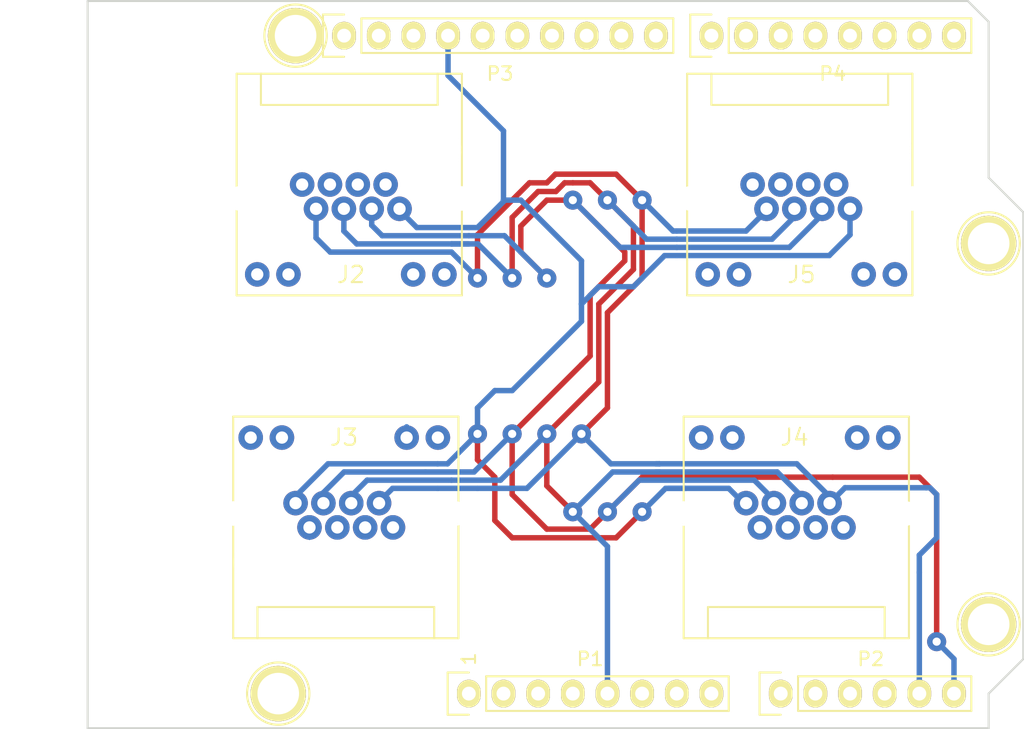
<source format=kicad_pcb>
(kicad_pcb (version 4) (host pcbnew 4.0.6)

  (general
    (links 36)
    (no_connects 20)
    (area 104.572999 71.542 182.071334 127.694)
    (thickness 1.6)
    (drawings 27)
    (tracks 182)
    (zones 0)
    (modules 12)
    (nets 49)
  )

  (page A4)
  (title_block
    (date "lun. 30 mars 2015")
  )

  (layers
    (0 F.Cu signal)
    (31 B.Cu signal)
    (32 B.Adhes user)
    (33 F.Adhes user)
    (34 B.Paste user)
    (35 F.Paste user)
    (36 B.SilkS user)
    (37 F.SilkS user)
    (38 B.Mask user)
    (39 F.Mask user)
    (40 Dwgs.User user)
    (41 Cmts.User user)
    (42 Eco1.User user)
    (43 Eco2.User user)
    (44 Edge.Cuts user)
    (45 Margin user)
    (46 B.CrtYd user)
    (47 F.CrtYd user)
    (48 B.Fab user)
    (49 F.Fab user)
  )

  (setup
    (last_trace_width 0.4)
    (user_trace_width 0.2)
    (user_trace_width 1)
    (trace_clearance 0.2)
    (zone_clearance 0.508)
    (zone_45_only no)
    (trace_min 0.2)
    (segment_width 0.15)
    (edge_width 0.15)
    (via_size 1)
    (via_drill 0.6)
    (via_min_size 1)
    (via_min_drill 0.6)
    (user_via 1.4 0.6)
    (uvia_size 0.3)
    (uvia_drill 0.1)
    (uvias_allowed no)
    (uvia_min_size 0.2)
    (uvia_min_drill 0.1)
    (pcb_text_width 0.3)
    (pcb_text_size 1.5 1.5)
    (mod_edge_width 0.15)
    (mod_text_size 1 1)
    (mod_text_width 0.15)
    (pad_size 4.064 4.064)
    (pad_drill 3.048)
    (pad_to_mask_clearance 0)
    (aux_axis_origin 110.998 126.365)
    (grid_origin 110.998 126.365)
    (visible_elements 7FFFFFFF)
    (pcbplotparams
      (layerselection 0x01000_80000000)
      (usegerberextensions false)
      (excludeedgelayer true)
      (linewidth 0.100000)
      (plotframeref false)
      (viasonmask false)
      (mode 1)
      (useauxorigin false)
      (hpglpennumber 1)
      (hpglpenspeed 20)
      (hpglpendiameter 15)
      (hpglpenoverlay 2)
      (psnegative false)
      (psa4output false)
      (plotreference true)
      (plotvalue true)
      (plotinvisibletext false)
      (padsonsilk false)
      (subtractmaskfromsilk false)
      (outputformat 1)
      (mirror false)
      (drillshape 0)
      (scaleselection 1)
      (outputdirectory rj45_cnt/))
  )

  (net 0 "")
  (net 1 /IOREF)
  (net 2 /Reset)
  (net 3 +5V)
  (net 4 GND)
  (net 5 /Vin)
  (net 6 /A0)
  (net 7 /A1)
  (net 8 /A2)
  (net 9 /A3)
  (net 10 "/A4(SDA)")
  (net 11 "/A5(SCL)")
  (net 12 "/9(**)")
  (net 13 /8)
  (net 14 /7)
  (net 15 "/6(**)")
  (net 16 "/5(**)")
  (net 17 /4)
  (net 18 "/3(**)")
  (net 19 /2)
  (net 20 "/1(Tx)")
  (net 21 "/0(Rx)")
  (net 22 "Net-(P5-Pad1)")
  (net 23 "Net-(P6-Pad1)")
  (net 24 "Net-(P7-Pad1)")
  (net 25 "Net-(P8-Pad1)")
  (net 26 "/13(SCK)")
  (net 27 "/10(**/SS)")
  (net 28 "Net-(P1-Pad1)")
  (net 29 "/12(MISO)")
  (net 30 "/11(**/MOSI)")
  (net 31 "Net-(J2-Pad2)")
  (net 32 "Net-(J2-Pad4)")
  (net 33 "Net-(J2-Pad6)")
  (net 34 "Net-(J2-Pad8)")
  (net 35 "Net-(J2-Pad10)")
  (net 36 "Net-(J2-Pad12)")
  (net 37 "Net-(J3-Pad10)")
  (net 38 "Net-(J3-Pad12)")
  (net 39 "Net-(J4-Pad10)")
  (net 40 "Net-(J4-Pad12)")
  (net 41 "Net-(J5-Pad10)")
  (net 42 "Net-(J5-Pad12)")
  (net 43 "Net-(P1-Pad4)")
  (net 44 "Net-(P1-Pad6)")
  (net 45 "Net-(P1-Pad7)")
  (net 46 "Net-(P3-Pad1)")
  (net 47 "Net-(P3-Pad2)")
  (net 48 "Net-(P3-Pad3)")

  (net_class Default "This is the default net class."
    (clearance 0.2)
    (trace_width 0.4)
    (via_dia 1)
    (via_drill 0.6)
    (uvia_dia 0.3)
    (uvia_drill 0.1)
    (add_net +5V)
    (add_net "/0(Rx)")
    (add_net "/1(Tx)")
    (add_net "/10(**/SS)")
    (add_net "/11(**/MOSI)")
    (add_net "/12(MISO)")
    (add_net "/13(SCK)")
    (add_net /2)
    (add_net "/3(**)")
    (add_net /4)
    (add_net "/5(**)")
    (add_net "/6(**)")
    (add_net /7)
    (add_net /8)
    (add_net "/9(**)")
    (add_net /A0)
    (add_net /A1)
    (add_net /A2)
    (add_net /A3)
    (add_net "/A4(SDA)")
    (add_net "/A5(SCL)")
    (add_net /IOREF)
    (add_net /Reset)
    (add_net /Vin)
    (add_net GND)
    (add_net "Net-(J2-Pad10)")
    (add_net "Net-(J2-Pad12)")
    (add_net "Net-(J2-Pad2)")
    (add_net "Net-(J2-Pad4)")
    (add_net "Net-(J2-Pad6)")
    (add_net "Net-(J2-Pad8)")
    (add_net "Net-(J3-Pad10)")
    (add_net "Net-(J3-Pad12)")
    (add_net "Net-(J4-Pad10)")
    (add_net "Net-(J4-Pad12)")
    (add_net "Net-(J5-Pad10)")
    (add_net "Net-(J5-Pad12)")
    (add_net "Net-(P1-Pad1)")
    (add_net "Net-(P1-Pad4)")
    (add_net "Net-(P1-Pad6)")
    (add_net "Net-(P1-Pad7)")
    (add_net "Net-(P3-Pad1)")
    (add_net "Net-(P3-Pad2)")
    (add_net "Net-(P3-Pad3)")
    (add_net "Net-(P5-Pad1)")
    (add_net "Net-(P6-Pad1)")
    (add_net "Net-(P7-Pad1)")
    (add_net "Net-(P8-Pad1)")
  )

  (module Socket_Arduino_Uno:Socket_Strip_Arduino_1x08 locked (layer F.Cu) (tedit 552168D2) (tstamp 551AF9EA)
    (at 138.938 123.825)
    (descr "Through hole socket strip")
    (tags "socket strip")
    (path /56D70129)
    (fp_text reference P1 (at 8.89 -2.54) (layer F.SilkS)
      (effects (font (size 1 1) (thickness 0.15)))
    )
    (fp_text value Power (at 8.89 -4.064) (layer F.Fab)
      (effects (font (size 1 1) (thickness 0.15)))
    )
    (fp_line (start -1.75 -1.75) (end -1.75 1.75) (layer F.CrtYd) (width 0.05))
    (fp_line (start 19.55 -1.75) (end 19.55 1.75) (layer F.CrtYd) (width 0.05))
    (fp_line (start -1.75 -1.75) (end 19.55 -1.75) (layer F.CrtYd) (width 0.05))
    (fp_line (start -1.75 1.75) (end 19.55 1.75) (layer F.CrtYd) (width 0.05))
    (fp_line (start 1.27 1.27) (end 19.05 1.27) (layer F.SilkS) (width 0.15))
    (fp_line (start 19.05 1.27) (end 19.05 -1.27) (layer F.SilkS) (width 0.15))
    (fp_line (start 19.05 -1.27) (end 1.27 -1.27) (layer F.SilkS) (width 0.15))
    (fp_line (start -1.55 1.55) (end 0 1.55) (layer F.SilkS) (width 0.15))
    (fp_line (start 1.27 1.27) (end 1.27 -1.27) (layer F.SilkS) (width 0.15))
    (fp_line (start 0 -1.55) (end -1.55 -1.55) (layer F.SilkS) (width 0.15))
    (fp_line (start -1.55 -1.55) (end -1.55 1.55) (layer F.SilkS) (width 0.15))
    (pad 1 thru_hole oval (at 0 0) (size 1.7272 2.032) (drill 1.016) (layers *.Cu *.Mask F.SilkS)
      (net 28 "Net-(P1-Pad1)"))
    (pad 2 thru_hole oval (at 2.54 0) (size 1.7272 2.032) (drill 1.016) (layers *.Cu *.Mask F.SilkS)
      (net 1 /IOREF))
    (pad 3 thru_hole oval (at 5.08 0) (size 1.7272 2.032) (drill 1.016) (layers *.Cu *.Mask F.SilkS)
      (net 2 /Reset))
    (pad 4 thru_hole oval (at 7.62 0) (size 1.7272 2.032) (drill 1.016) (layers *.Cu *.Mask F.SilkS)
      (net 43 "Net-(P1-Pad4)"))
    (pad 5 thru_hole oval (at 10.16 0) (size 1.7272 2.032) (drill 1.016) (layers *.Cu *.Mask F.SilkS)
      (net 3 +5V))
    (pad 6 thru_hole oval (at 12.7 0) (size 1.7272 2.032) (drill 1.016) (layers *.Cu *.Mask F.SilkS)
      (net 44 "Net-(P1-Pad6)"))
    (pad 7 thru_hole oval (at 15.24 0) (size 1.7272 2.032) (drill 1.016) (layers *.Cu *.Mask F.SilkS)
      (net 45 "Net-(P1-Pad7)"))
    (pad 8 thru_hole oval (at 17.78 0) (size 1.7272 2.032) (drill 1.016) (layers *.Cu *.Mask F.SilkS)
      (net 5 /Vin))
    (model ${KIPRJMOD}/Socket_Arduino_Uno.3dshapes/Socket_header_Arduino_1x08.wrl
      (at (xyz 0.35 0 0))
      (scale (xyz 1 1 1))
      (rotate (xyz 0 0 180))
    )
  )

  (module Socket_Arduino_Uno:Socket_Strip_Arduino_1x06 locked (layer F.Cu) (tedit 552168D6) (tstamp 551AF9FF)
    (at 161.798 123.825)
    (descr "Through hole socket strip")
    (tags "socket strip")
    (path /56D70DD8)
    (fp_text reference P2 (at 6.604 -2.54) (layer F.SilkS)
      (effects (font (size 1 1) (thickness 0.15)))
    )
    (fp_text value Analog (at 6.604 -4.064) (layer F.Fab)
      (effects (font (size 1 1) (thickness 0.15)))
    )
    (fp_line (start -1.75 -1.75) (end -1.75 1.75) (layer F.CrtYd) (width 0.05))
    (fp_line (start 14.45 -1.75) (end 14.45 1.75) (layer F.CrtYd) (width 0.05))
    (fp_line (start -1.75 -1.75) (end 14.45 -1.75) (layer F.CrtYd) (width 0.05))
    (fp_line (start -1.75 1.75) (end 14.45 1.75) (layer F.CrtYd) (width 0.05))
    (fp_line (start 1.27 1.27) (end 13.97 1.27) (layer F.SilkS) (width 0.15))
    (fp_line (start 13.97 1.27) (end 13.97 -1.27) (layer F.SilkS) (width 0.15))
    (fp_line (start 13.97 -1.27) (end 1.27 -1.27) (layer F.SilkS) (width 0.15))
    (fp_line (start -1.55 1.55) (end 0 1.55) (layer F.SilkS) (width 0.15))
    (fp_line (start 1.27 1.27) (end 1.27 -1.27) (layer F.SilkS) (width 0.15))
    (fp_line (start 0 -1.55) (end -1.55 -1.55) (layer F.SilkS) (width 0.15))
    (fp_line (start -1.55 -1.55) (end -1.55 1.55) (layer F.SilkS) (width 0.15))
    (pad 1 thru_hole oval (at 0 0) (size 1.7272 2.032) (drill 1.016) (layers *.Cu *.Mask F.SilkS)
      (net 6 /A0))
    (pad 2 thru_hole oval (at 2.54 0) (size 1.7272 2.032) (drill 1.016) (layers *.Cu *.Mask F.SilkS)
      (net 7 /A1))
    (pad 3 thru_hole oval (at 5.08 0) (size 1.7272 2.032) (drill 1.016) (layers *.Cu *.Mask F.SilkS)
      (net 8 /A2))
    (pad 4 thru_hole oval (at 7.62 0) (size 1.7272 2.032) (drill 1.016) (layers *.Cu *.Mask F.SilkS)
      (net 9 /A3))
    (pad 5 thru_hole oval (at 10.16 0) (size 1.7272 2.032) (drill 1.016) (layers *.Cu *.Mask F.SilkS)
      (net 10 "/A4(SDA)"))
    (pad 6 thru_hole oval (at 12.7 0) (size 1.7272 2.032) (drill 1.016) (layers *.Cu *.Mask F.SilkS)
      (net 11 "/A5(SCL)"))
    (model ${KIPRJMOD}/Socket_Arduino_Uno.3dshapes/Socket_header_Arduino_1x06.wrl
      (at (xyz 0.25 0 0))
      (scale (xyz 1 1 1))
      (rotate (xyz 0 0 180))
    )
  )

  (module Socket_Arduino_Uno:Socket_Strip_Arduino_1x10 locked (layer F.Cu) (tedit 552168BF) (tstamp 551AFA18)
    (at 129.794 75.565)
    (descr "Through hole socket strip")
    (tags "socket strip")
    (path /56D721E0)
    (fp_text reference P3 (at 11.43 2.794) (layer F.SilkS)
      (effects (font (size 1 1) (thickness 0.15)))
    )
    (fp_text value Digital (at 11.43 4.318) (layer F.Fab)
      (effects (font (size 1 1) (thickness 0.15)))
    )
    (fp_line (start -1.75 -1.75) (end -1.75 1.75) (layer F.CrtYd) (width 0.05))
    (fp_line (start 24.65 -1.75) (end 24.65 1.75) (layer F.CrtYd) (width 0.05))
    (fp_line (start -1.75 -1.75) (end 24.65 -1.75) (layer F.CrtYd) (width 0.05))
    (fp_line (start -1.75 1.75) (end 24.65 1.75) (layer F.CrtYd) (width 0.05))
    (fp_line (start 1.27 1.27) (end 24.13 1.27) (layer F.SilkS) (width 0.15))
    (fp_line (start 24.13 1.27) (end 24.13 -1.27) (layer F.SilkS) (width 0.15))
    (fp_line (start 24.13 -1.27) (end 1.27 -1.27) (layer F.SilkS) (width 0.15))
    (fp_line (start -1.55 1.55) (end 0 1.55) (layer F.SilkS) (width 0.15))
    (fp_line (start 1.27 1.27) (end 1.27 -1.27) (layer F.SilkS) (width 0.15))
    (fp_line (start 0 -1.55) (end -1.55 -1.55) (layer F.SilkS) (width 0.15))
    (fp_line (start -1.55 -1.55) (end -1.55 1.55) (layer F.SilkS) (width 0.15))
    (pad 1 thru_hole oval (at 0 0) (size 1.7272 2.032) (drill 1.016) (layers *.Cu *.Mask F.SilkS)
      (net 46 "Net-(P3-Pad1)"))
    (pad 2 thru_hole oval (at 2.54 0) (size 1.7272 2.032) (drill 1.016) (layers *.Cu *.Mask F.SilkS)
      (net 47 "Net-(P3-Pad2)"))
    (pad 3 thru_hole oval (at 5.08 0) (size 1.7272 2.032) (drill 1.016) (layers *.Cu *.Mask F.SilkS)
      (net 48 "Net-(P3-Pad3)"))
    (pad 4 thru_hole oval (at 7.62 0) (size 1.7272 2.032) (drill 1.016) (layers *.Cu *.Mask F.SilkS)
      (net 4 GND))
    (pad 5 thru_hole oval (at 10.16 0) (size 1.7272 2.032) (drill 1.016) (layers *.Cu *.Mask F.SilkS)
      (net 26 "/13(SCK)"))
    (pad 6 thru_hole oval (at 12.7 0) (size 1.7272 2.032) (drill 1.016) (layers *.Cu *.Mask F.SilkS)
      (net 29 "/12(MISO)"))
    (pad 7 thru_hole oval (at 15.24 0) (size 1.7272 2.032) (drill 1.016) (layers *.Cu *.Mask F.SilkS)
      (net 30 "/11(**/MOSI)"))
    (pad 8 thru_hole oval (at 17.78 0) (size 1.7272 2.032) (drill 1.016) (layers *.Cu *.Mask F.SilkS)
      (net 27 "/10(**/SS)"))
    (pad 9 thru_hole oval (at 20.32 0) (size 1.7272 2.032) (drill 1.016) (layers *.Cu *.Mask F.SilkS)
      (net 12 "/9(**)"))
    (pad 10 thru_hole oval (at 22.86 0) (size 1.7272 2.032) (drill 1.016) (layers *.Cu *.Mask F.SilkS)
      (net 13 /8))
    (model ${KIPRJMOD}/Socket_Arduino_Uno.3dshapes/Socket_header_Arduino_1x10.wrl
      (at (xyz 0.45 0 0))
      (scale (xyz 1 1 1))
      (rotate (xyz 0 0 180))
    )
  )

  (module Socket_Arduino_Uno:Socket_Strip_Arduino_1x08 locked (layer F.Cu) (tedit 552168C7) (tstamp 551AFA2F)
    (at 156.718 75.565)
    (descr "Through hole socket strip")
    (tags "socket strip")
    (path /56D7164F)
    (fp_text reference P4 (at 8.89 2.794) (layer F.SilkS)
      (effects (font (size 1 1) (thickness 0.15)))
    )
    (fp_text value Digital (at 8.89 4.318) (layer F.Fab)
      (effects (font (size 1 1) (thickness 0.15)))
    )
    (fp_line (start -1.75 -1.75) (end -1.75 1.75) (layer F.CrtYd) (width 0.05))
    (fp_line (start 19.55 -1.75) (end 19.55 1.75) (layer F.CrtYd) (width 0.05))
    (fp_line (start -1.75 -1.75) (end 19.55 -1.75) (layer F.CrtYd) (width 0.05))
    (fp_line (start -1.75 1.75) (end 19.55 1.75) (layer F.CrtYd) (width 0.05))
    (fp_line (start 1.27 1.27) (end 19.05 1.27) (layer F.SilkS) (width 0.15))
    (fp_line (start 19.05 1.27) (end 19.05 -1.27) (layer F.SilkS) (width 0.15))
    (fp_line (start 19.05 -1.27) (end 1.27 -1.27) (layer F.SilkS) (width 0.15))
    (fp_line (start -1.55 1.55) (end 0 1.55) (layer F.SilkS) (width 0.15))
    (fp_line (start 1.27 1.27) (end 1.27 -1.27) (layer F.SilkS) (width 0.15))
    (fp_line (start 0 -1.55) (end -1.55 -1.55) (layer F.SilkS) (width 0.15))
    (fp_line (start -1.55 -1.55) (end -1.55 1.55) (layer F.SilkS) (width 0.15))
    (pad 1 thru_hole oval (at 0 0) (size 1.7272 2.032) (drill 1.016) (layers *.Cu *.Mask F.SilkS)
      (net 14 /7))
    (pad 2 thru_hole oval (at 2.54 0) (size 1.7272 2.032) (drill 1.016) (layers *.Cu *.Mask F.SilkS)
      (net 15 "/6(**)"))
    (pad 3 thru_hole oval (at 5.08 0) (size 1.7272 2.032) (drill 1.016) (layers *.Cu *.Mask F.SilkS)
      (net 16 "/5(**)"))
    (pad 4 thru_hole oval (at 7.62 0) (size 1.7272 2.032) (drill 1.016) (layers *.Cu *.Mask F.SilkS)
      (net 17 /4))
    (pad 5 thru_hole oval (at 10.16 0) (size 1.7272 2.032) (drill 1.016) (layers *.Cu *.Mask F.SilkS)
      (net 18 "/3(**)"))
    (pad 6 thru_hole oval (at 12.7 0) (size 1.7272 2.032) (drill 1.016) (layers *.Cu *.Mask F.SilkS)
      (net 19 /2))
    (pad 7 thru_hole oval (at 15.24 0) (size 1.7272 2.032) (drill 1.016) (layers *.Cu *.Mask F.SilkS)
      (net 20 "/1(Tx)"))
    (pad 8 thru_hole oval (at 17.78 0) (size 1.7272 2.032) (drill 1.016) (layers *.Cu *.Mask F.SilkS)
      (net 21 "/0(Rx)"))
    (model ${KIPRJMOD}/Socket_Arduino_Uno.3dshapes/Socket_header_Arduino_1x08.wrl
      (at (xyz 0.35 0 0))
      (scale (xyz 1 1 1))
      (rotate (xyz 0 0 180))
    )
  )

  (module Socket_Arduino_Uno:Arduino_1pin locked (layer F.Cu) (tedit 5524FC39) (tstamp 5524FC3F)
    (at 124.968 123.825)
    (descr "module 1 pin (ou trou mecanique de percage)")
    (tags DEV)
    (path /56D71177)
    (fp_text reference P5 (at 0 -3.048) (layer F.SilkS) hide
      (effects (font (size 1 1) (thickness 0.15)))
    )
    (fp_text value CONN_01X01 (at 0 2.794) (layer F.Fab) hide
      (effects (font (size 1 1) (thickness 0.15)))
    )
    (fp_circle (center 0 0) (end 0 -2.286) (layer F.SilkS) (width 0.15))
    (pad 1 thru_hole circle (at 0 0) (size 4.064 4.064) (drill 3.048) (layers *.Cu *.Mask F.SilkS)
      (net 22 "Net-(P5-Pad1)"))
  )

  (module Socket_Arduino_Uno:Arduino_1pin locked (layer F.Cu) (tedit 5524FC4A) (tstamp 5524FC44)
    (at 177.038 118.745)
    (descr "module 1 pin (ou trou mecanique de percage)")
    (tags DEV)
    (path /56D71274)
    (fp_text reference P6 (at 0 -3.048) (layer F.SilkS) hide
      (effects (font (size 1 1) (thickness 0.15)))
    )
    (fp_text value CONN_01X01 (at 0 2.794) (layer F.Fab) hide
      (effects (font (size 1 1) (thickness 0.15)))
    )
    (fp_circle (center 0 0) (end 0 -2.286) (layer F.SilkS) (width 0.15))
    (pad 1 thru_hole circle (at 0 0) (size 4.064 4.064) (drill 3.048) (layers *.Cu *.Mask F.SilkS)
      (net 23 "Net-(P6-Pad1)"))
  )

  (module Socket_Arduino_Uno:Arduino_1pin locked (layer F.Cu) (tedit 5524FC2F) (tstamp 5524FC49)
    (at 126.238 75.565)
    (descr "module 1 pin (ou trou mecanique de percage)")
    (tags DEV)
    (path /56D712A8)
    (fp_text reference P7 (at 0 -3.048) (layer F.SilkS) hide
      (effects (font (size 1 1) (thickness 0.15)))
    )
    (fp_text value CONN_01X01 (at 0 2.794) (layer F.Fab) hide
      (effects (font (size 1 1) (thickness 0.15)))
    )
    (fp_circle (center 0 0) (end 0 -2.286) (layer F.SilkS) (width 0.15))
    (pad 1 thru_hole circle (at 0 0) (size 4.064 4.064) (drill 3.048) (layers *.Cu *.Mask F.SilkS)
      (net 24 "Net-(P7-Pad1)"))
  )

  (module Socket_Arduino_Uno:Arduino_1pin locked (layer F.Cu) (tedit 5524FC41) (tstamp 5524FC4E)
    (at 177.038 90.805)
    (descr "module 1 pin (ou trou mecanique de percage)")
    (tags DEV)
    (path /56D712DB)
    (fp_text reference P8 (at 0 -3.048) (layer F.SilkS) hide
      (effects (font (size 1 1) (thickness 0.15)))
    )
    (fp_text value CONN_01X01 (at 0 2.794) (layer F.Fab) hide
      (effects (font (size 1 1) (thickness 0.15)))
    )
    (fp_circle (center 0 0) (end 0 -2.286) (layer F.SilkS) (width 0.15))
    (pad 1 thru_hole circle (at 0 0) (size 4.064 4.064) (drill 3.048) (layers *.Cu *.Mask F.SilkS)
      (net 25 "Net-(P8-Pad1)"))
  )

  (module kicad-lib-RJ45:NewWays8p8c (layer F.Cu) (tedit 5A3C9A9F) (tstamp 5A4649F8)
    (at 133.858 88.265 180)
    (path /5A4640E2)
    (fp_text reference J2 (at 3.556 -4.826 360) (layer F.SilkS)
      (effects (font (size 1.2 1.2) (thickness 0.15)))
    )
    (fp_text value RJ45_LEDS (at 4.064 6.604 180) (layer F.Fab)
      (effects (font (size 1.2 1.2) (thickness 0.15)))
    )
    (fp_line (start -2.794 9.906) (end -2.794 7.62) (layer F.SilkS) (width 0.15))
    (fp_line (start -2.794 7.62) (end -2.032 7.62) (layer F.SilkS) (width 0.15))
    (fp_line (start -2.032 7.62) (end 10.16 7.62) (layer F.SilkS) (width 0.15))
    (fp_line (start 10.16 7.62) (end 10.16 9.906) (layer F.SilkS) (width 0.15))
    (fp_line (start -4.572 9.906) (end 11.938 9.906) (layer F.SilkS) (width 0.15))
    (fp_line (start 11.938 9.906) (end 11.938 -6.35) (layer F.SilkS) (width 0.15))
    (fp_line (start 11.938 -6.35) (end -4.572 -6.35) (layer F.SilkS) (width 0.15))
    (fp_line (start -4.572 -6.35) (end -4.572 9.906) (layer F.SilkS) (width 0.15))
    (pad 2 thru_hole circle (at 1.02 1.78 180) (size 1.8 1.8) (drill 0.9) (layers *.Cu *.Mask)
      (net 31 "Net-(J2-Pad2)"))
    (pad 1 thru_hole circle (at 0 0 180) (size 1.8 1.8) (drill 0.9) (layers *.Cu *.Mask)
      (net 4 GND))
    (pad 4 thru_hole circle (at 3.06 1.78 180) (size 1.8 1.8) (drill 0.9) (layers *.Cu *.Mask)
      (net 32 "Net-(J2-Pad4)"))
    (pad 3 thru_hole circle (at 2.04 0 180) (size 1.8 1.8) (drill 0.9) (layers *.Cu *.Mask)
      (net 11 "/A5(SCL)"))
    (pad 6 thru_hole circle (at 5.1 1.78 180) (size 1.8 1.8) (drill 0.9) (layers *.Cu *.Mask)
      (net 33 "Net-(J2-Pad6)"))
    (pad 5 thru_hole circle (at 4.08 0 180) (size 1.8 1.8) (drill 0.9) (layers *.Cu *.Mask)
      (net 3 +5V))
    (pad 8 thru_hole circle (at 7.14 1.78 180) (size 1.8 1.8) (drill 0.9) (layers *.Cu *.Mask)
      (net 34 "Net-(J2-Pad8)"))
    (pad 7 thru_hole circle (at 6.12 0 180) (size 1.8 1.8) (drill 0.9) (layers *.Cu *.Mask)
      (net 10 "/A4(SDA)"))
    (pad 10 thru_hole circle (at -1 -4.81 180) (size 1.8 1.8) (drill 0.9) (layers *.Cu *.Mask)
      (net 35 "Net-(J2-Pad10)"))
    (pad 9 thru_hole circle (at -3.29 -4.81 180) (size 1.8 1.8) (drill 0.9) (layers *.Cu *.Mask)
      (net 29 "/12(MISO)"))
    (pad 12 thru_hole circle (at 10.43 -4.81 180) (size 1.8 1.8) (drill 0.9) (layers *.Cu *.Mask)
      (net 36 "Net-(J2-Pad12)"))
    (pad 11 thru_hole circle (at 8.14 -4.81 180) (size 1.8 1.8) (drill 0.9) (layers *.Cu *.Mask)
      (net 26 "/13(SCK)"))
    (pad "" np_thru_hole circle (at -2.78 4.32 180) (size 3.25 3.25) (drill 3.25) (layers *.Cu *.Mask))
    (pad "" np_thru_hole circle (at 9.92 4.32 180) (size 3.25 3.25) (drill 3.25) (layers *.Cu *.Mask))
    (pad "" np_thru_hole circle (at -4.56 0.76 180) (size 1.8 1.8) (drill 1.8) (layers *.Cu *.Mask))
    (pad "" np_thru_hole circle (at 11.7 0.76 180) (size 1.8 1.8) (drill 1.8) (layers *.Cu *.Mask))
  )

  (module kicad-lib-RJ45:NewWays8p8c (layer F.Cu) (tedit 5A3C9A9F) (tstamp 5A464A0C)
    (at 126.238 109.855)
    (path /5A463F4D)
    (fp_text reference J3 (at 3.556 -4.826 180) (layer F.SilkS)
      (effects (font (size 1.2 1.2) (thickness 0.15)))
    )
    (fp_text value RJ45_LEDS (at 4.064 6.604) (layer F.Fab)
      (effects (font (size 1.2 1.2) (thickness 0.15)))
    )
    (fp_line (start -2.794 9.906) (end -2.794 7.62) (layer F.SilkS) (width 0.15))
    (fp_line (start -2.794 7.62) (end -2.032 7.62) (layer F.SilkS) (width 0.15))
    (fp_line (start -2.032 7.62) (end 10.16 7.62) (layer F.SilkS) (width 0.15))
    (fp_line (start 10.16 7.62) (end 10.16 9.906) (layer F.SilkS) (width 0.15))
    (fp_line (start -4.572 9.906) (end 11.938 9.906) (layer F.SilkS) (width 0.15))
    (fp_line (start 11.938 9.906) (end 11.938 -6.35) (layer F.SilkS) (width 0.15))
    (fp_line (start 11.938 -6.35) (end -4.572 -6.35) (layer F.SilkS) (width 0.15))
    (fp_line (start -4.572 -6.35) (end -4.572 9.906) (layer F.SilkS) (width 0.15))
    (pad 2 thru_hole circle (at 1.02 1.78) (size 1.8 1.8) (drill 0.9) (layers *.Cu *.Mask)
      (net 31 "Net-(J2-Pad2)"))
    (pad 1 thru_hole circle (at 0 0) (size 1.8 1.8) (drill 0.9) (layers *.Cu *.Mask)
      (net 4 GND))
    (pad 4 thru_hole circle (at 3.06 1.78) (size 1.8 1.8) (drill 0.9) (layers *.Cu *.Mask)
      (net 32 "Net-(J2-Pad4)"))
    (pad 3 thru_hole circle (at 2.04 0) (size 1.8 1.8) (drill 0.9) (layers *.Cu *.Mask)
      (net 11 "/A5(SCL)"))
    (pad 6 thru_hole circle (at 5.1 1.78) (size 1.8 1.8) (drill 0.9) (layers *.Cu *.Mask)
      (net 33 "Net-(J2-Pad6)"))
    (pad 5 thru_hole circle (at 4.08 0) (size 1.8 1.8) (drill 0.9) (layers *.Cu *.Mask)
      (net 3 +5V))
    (pad 8 thru_hole circle (at 7.14 1.78) (size 1.8 1.8) (drill 0.9) (layers *.Cu *.Mask)
      (net 34 "Net-(J2-Pad8)"))
    (pad 7 thru_hole circle (at 6.12 0) (size 1.8 1.8) (drill 0.9) (layers *.Cu *.Mask)
      (net 10 "/A4(SDA)"))
    (pad 10 thru_hole circle (at -1 -4.81) (size 1.8 1.8) (drill 0.9) (layers *.Cu *.Mask)
      (net 37 "Net-(J3-Pad10)"))
    (pad 9 thru_hole circle (at -3.29 -4.81) (size 1.8 1.8) (drill 0.9) (layers *.Cu *.Mask)
      (net 27 "/10(**/SS)"))
    (pad 12 thru_hole circle (at 10.43 -4.81) (size 1.8 1.8) (drill 0.9) (layers *.Cu *.Mask)
      (net 38 "Net-(J3-Pad12)"))
    (pad 11 thru_hole circle (at 8.14 -4.81) (size 1.8 1.8) (drill 0.9) (layers *.Cu *.Mask)
      (net 30 "/11(**/MOSI)"))
    (pad "" np_thru_hole circle (at -2.78 4.32) (size 3.25 3.25) (drill 3.25) (layers *.Cu *.Mask))
    (pad "" np_thru_hole circle (at 9.92 4.32) (size 3.25 3.25) (drill 3.25) (layers *.Cu *.Mask))
    (pad "" np_thru_hole circle (at -4.56 0.76) (size 1.8 1.8) (drill 1.8) (layers *.Cu *.Mask))
    (pad "" np_thru_hole circle (at 11.7 0.76) (size 1.8 1.8) (drill 1.8) (layers *.Cu *.Mask))
  )

  (module kicad-lib-RJ45:NewWays8p8c (layer F.Cu) (tedit 5A3C9A9F) (tstamp 5A464A20)
    (at 159.258 109.855)
    (path /5A463F98)
    (fp_text reference J4 (at 3.556 -4.826 180) (layer F.SilkS)
      (effects (font (size 1.2 1.2) (thickness 0.15)))
    )
    (fp_text value RJ45_LEDS (at 4.064 6.604) (layer F.Fab)
      (effects (font (size 1.2 1.2) (thickness 0.15)))
    )
    (fp_line (start -2.794 9.906) (end -2.794 7.62) (layer F.SilkS) (width 0.15))
    (fp_line (start -2.794 7.62) (end -2.032 7.62) (layer F.SilkS) (width 0.15))
    (fp_line (start -2.032 7.62) (end 10.16 7.62) (layer F.SilkS) (width 0.15))
    (fp_line (start 10.16 7.62) (end 10.16 9.906) (layer F.SilkS) (width 0.15))
    (fp_line (start -4.572 9.906) (end 11.938 9.906) (layer F.SilkS) (width 0.15))
    (fp_line (start 11.938 9.906) (end 11.938 -6.35) (layer F.SilkS) (width 0.15))
    (fp_line (start 11.938 -6.35) (end -4.572 -6.35) (layer F.SilkS) (width 0.15))
    (fp_line (start -4.572 -6.35) (end -4.572 9.906) (layer F.SilkS) (width 0.15))
    (pad 2 thru_hole circle (at 1.02 1.78) (size 1.8 1.8) (drill 0.9) (layers *.Cu *.Mask)
      (net 31 "Net-(J2-Pad2)"))
    (pad 1 thru_hole circle (at 0 0) (size 1.8 1.8) (drill 0.9) (layers *.Cu *.Mask)
      (net 4 GND))
    (pad 4 thru_hole circle (at 3.06 1.78) (size 1.8 1.8) (drill 0.9) (layers *.Cu *.Mask)
      (net 32 "Net-(J2-Pad4)"))
    (pad 3 thru_hole circle (at 2.04 0) (size 1.8 1.8) (drill 0.9) (layers *.Cu *.Mask)
      (net 11 "/A5(SCL)"))
    (pad 6 thru_hole circle (at 5.1 1.78) (size 1.8 1.8) (drill 0.9) (layers *.Cu *.Mask)
      (net 33 "Net-(J2-Pad6)"))
    (pad 5 thru_hole circle (at 4.08 0) (size 1.8 1.8) (drill 0.9) (layers *.Cu *.Mask)
      (net 3 +5V))
    (pad 8 thru_hole circle (at 7.14 1.78) (size 1.8 1.8) (drill 0.9) (layers *.Cu *.Mask)
      (net 34 "Net-(J2-Pad8)"))
    (pad 7 thru_hole circle (at 6.12 0) (size 1.8 1.8) (drill 0.9) (layers *.Cu *.Mask)
      (net 10 "/A4(SDA)"))
    (pad 10 thru_hole circle (at -1 -4.81) (size 1.8 1.8) (drill 0.9) (layers *.Cu *.Mask)
      (net 39 "Net-(J4-Pad10)"))
    (pad 9 thru_hole circle (at -3.29 -4.81) (size 1.8 1.8) (drill 0.9) (layers *.Cu *.Mask)
      (net 13 /8))
    (pad 12 thru_hole circle (at 10.43 -4.81) (size 1.8 1.8) (drill 0.9) (layers *.Cu *.Mask)
      (net 40 "Net-(J4-Pad12)"))
    (pad 11 thru_hole circle (at 8.14 -4.81) (size 1.8 1.8) (drill 0.9) (layers *.Cu *.Mask)
      (net 12 "/9(**)"))
    (pad "" np_thru_hole circle (at -2.78 4.32) (size 3.25 3.25) (drill 3.25) (layers *.Cu *.Mask))
    (pad "" np_thru_hole circle (at 9.92 4.32) (size 3.25 3.25) (drill 3.25) (layers *.Cu *.Mask))
    (pad "" np_thru_hole circle (at -4.56 0.76) (size 1.8 1.8) (drill 1.8) (layers *.Cu *.Mask))
    (pad "" np_thru_hole circle (at 11.7 0.76) (size 1.8 1.8) (drill 1.8) (layers *.Cu *.Mask))
  )

  (module kicad-lib-RJ45:NewWays8p8c (layer F.Cu) (tedit 5A3C9A9F) (tstamp 5A464A34)
    (at 166.878 88.265 180)
    (path /5A46408F)
    (fp_text reference J5 (at 3.556 -4.826 360) (layer F.SilkS)
      (effects (font (size 1.2 1.2) (thickness 0.15)))
    )
    (fp_text value RJ45_LEDS (at 4.064 6.604 180) (layer F.Fab)
      (effects (font (size 1.2 1.2) (thickness 0.15)))
    )
    (fp_line (start -2.794 9.906) (end -2.794 7.62) (layer F.SilkS) (width 0.15))
    (fp_line (start -2.794 7.62) (end -2.032 7.62) (layer F.SilkS) (width 0.15))
    (fp_line (start -2.032 7.62) (end 10.16 7.62) (layer F.SilkS) (width 0.15))
    (fp_line (start 10.16 7.62) (end 10.16 9.906) (layer F.SilkS) (width 0.15))
    (fp_line (start -4.572 9.906) (end 11.938 9.906) (layer F.SilkS) (width 0.15))
    (fp_line (start 11.938 9.906) (end 11.938 -6.35) (layer F.SilkS) (width 0.15))
    (fp_line (start 11.938 -6.35) (end -4.572 -6.35) (layer F.SilkS) (width 0.15))
    (fp_line (start -4.572 -6.35) (end -4.572 9.906) (layer F.SilkS) (width 0.15))
    (pad 2 thru_hole circle (at 1.02 1.78 180) (size 1.8 1.8) (drill 0.9) (layers *.Cu *.Mask)
      (net 31 "Net-(J2-Pad2)"))
    (pad 1 thru_hole circle (at 0 0 180) (size 1.8 1.8) (drill 0.9) (layers *.Cu *.Mask)
      (net 4 GND))
    (pad 4 thru_hole circle (at 3.06 1.78 180) (size 1.8 1.8) (drill 0.9) (layers *.Cu *.Mask)
      (net 32 "Net-(J2-Pad4)"))
    (pad 3 thru_hole circle (at 2.04 0 180) (size 1.8 1.8) (drill 0.9) (layers *.Cu *.Mask)
      (net 11 "/A5(SCL)"))
    (pad 6 thru_hole circle (at 5.1 1.78 180) (size 1.8 1.8) (drill 0.9) (layers *.Cu *.Mask)
      (net 33 "Net-(J2-Pad6)"))
    (pad 5 thru_hole circle (at 4.08 0 180) (size 1.8 1.8) (drill 0.9) (layers *.Cu *.Mask)
      (net 3 +5V))
    (pad 8 thru_hole circle (at 7.14 1.78 180) (size 1.8 1.8) (drill 0.9) (layers *.Cu *.Mask)
      (net 34 "Net-(J2-Pad8)"))
    (pad 7 thru_hole circle (at 6.12 0 180) (size 1.8 1.8) (drill 0.9) (layers *.Cu *.Mask)
      (net 10 "/A4(SDA)"))
    (pad 10 thru_hole circle (at -1 -4.81 180) (size 1.8 1.8) (drill 0.9) (layers *.Cu *.Mask)
      (net 41 "Net-(J5-Pad10)"))
    (pad 9 thru_hole circle (at -3.29 -4.81 180) (size 1.8 1.8) (drill 0.9) (layers *.Cu *.Mask)
      (net 15 "/6(**)"))
    (pad 12 thru_hole circle (at 10.43 -4.81 180) (size 1.8 1.8) (drill 0.9) (layers *.Cu *.Mask)
      (net 42 "Net-(J5-Pad12)"))
    (pad 11 thru_hole circle (at 8.14 -4.81 180) (size 1.8 1.8) (drill 0.9) (layers *.Cu *.Mask)
      (net 14 /7))
    (pad "" np_thru_hole circle (at -2.78 4.32 180) (size 3.25 3.25) (drill 3.25) (layers *.Cu *.Mask))
    (pad "" np_thru_hole circle (at 9.92 4.32 180) (size 3.25 3.25) (drill 3.25) (layers *.Cu *.Mask))
    (pad "" np_thru_hole circle (at -4.56 0.76 180) (size 1.8 1.8) (drill 1.8) (layers *.Cu *.Mask))
    (pad "" np_thru_hole circle (at 11.7 0.76 180) (size 1.8 1.8) (drill 1.8) (layers *.Cu *.Mask))
  )

  (gr_text 1 (at 138.938 121.285 90) (layer F.SilkS)
    (effects (font (size 1 1) (thickness 0.15)))
  )
  (gr_circle (center 117.348 76.962) (end 118.618 76.962) (layer Dwgs.User) (width 0.15))
  (gr_line (start 114.427 78.994) (end 114.427 74.93) (angle 90) (layer Dwgs.User) (width 0.15))
  (gr_line (start 120.269 78.994) (end 114.427 78.994) (angle 90) (layer Dwgs.User) (width 0.15))
  (gr_line (start 120.269 74.93) (end 120.269 78.994) (angle 90) (layer Dwgs.User) (width 0.15))
  (gr_line (start 114.427 74.93) (end 120.269 74.93) (angle 90) (layer Dwgs.User) (width 0.15))
  (gr_line (start 120.523 93.98) (end 104.648 93.98) (angle 90) (layer Dwgs.User) (width 0.15))
  (gr_line (start 177.038 74.549) (end 175.514 73.025) (angle 90) (layer Edge.Cuts) (width 0.15))
  (gr_line (start 177.038 85.979) (end 177.038 74.549) (angle 90) (layer Edge.Cuts) (width 0.15))
  (gr_line (start 179.578 88.519) (end 177.038 85.979) (angle 90) (layer Edge.Cuts) (width 0.15))
  (gr_line (start 179.578 121.285) (end 179.578 88.519) (angle 90) (layer Edge.Cuts) (width 0.15))
  (gr_line (start 177.038 123.825) (end 179.578 121.285) (angle 90) (layer Edge.Cuts) (width 0.15))
  (gr_line (start 177.038 126.365) (end 177.038 123.825) (angle 90) (layer Edge.Cuts) (width 0.15))
  (gr_line (start 110.998 126.365) (end 177.038 126.365) (angle 90) (layer Edge.Cuts) (width 0.15))
  (gr_line (start 110.998 73.025) (end 110.998 126.365) (angle 90) (layer Edge.Cuts) (width 0.15))
  (gr_line (start 175.514 73.025) (end 110.998 73.025) (angle 90) (layer Edge.Cuts) (width 0.15))
  (gr_line (start 173.355 102.235) (end 173.355 94.615) (angle 90) (layer Dwgs.User) (width 0.15))
  (gr_line (start 178.435 102.235) (end 173.355 102.235) (angle 90) (layer Dwgs.User) (width 0.15))
  (gr_line (start 178.435 94.615) (end 178.435 102.235) (angle 90) (layer Dwgs.User) (width 0.15))
  (gr_line (start 173.355 94.615) (end 178.435 94.615) (angle 90) (layer Dwgs.User) (width 0.15))
  (gr_line (start 109.093 123.19) (end 109.093 114.3) (angle 90) (layer Dwgs.User) (width 0.15))
  (gr_line (start 122.428 123.19) (end 109.093 123.19) (angle 90) (layer Dwgs.User) (width 0.15))
  (gr_line (start 122.428 114.3) (end 122.428 123.19) (angle 90) (layer Dwgs.User) (width 0.15))
  (gr_line (start 109.093 114.3) (end 122.428 114.3) (angle 90) (layer Dwgs.User) (width 0.15))
  (gr_line (start 104.648 93.98) (end 104.648 82.55) (angle 90) (layer Dwgs.User) (width 0.15))
  (gr_line (start 120.523 82.55) (end 120.523 93.98) (angle 90) (layer Dwgs.User) (width 0.15))
  (gr_line (start 104.648 82.55) (end 120.523 82.55) (angle 90) (layer Dwgs.User) (width 0.15))

  (segment (start 149.098 123.825) (end 149.098 113.03) (width 0.4) (layer B.Cu) (net 3))
  (segment (start 149.098 113.03) (end 146.558 110.49) (width 0.4) (layer B.Cu) (net 3) (tstamp 5A5D7D04))
  (segment (start 146.558 86.36) (end 145.957998 86.36) (width 0.4) (layer F.Cu) (net 3))
  (segment (start 145.322998 86.995) (end 144.018 86.995) (width 0.4) (layer F.Cu) (net 3) (tstamp 5A46767A))
  (segment (start 145.957998 86.36) (end 145.322998 86.995) (width 0.4) (layer F.Cu) (net 3) (tstamp 5A467679))
  (segment (start 142.113 93.345) (end 142.113 88.9) (width 0.4) (layer F.Cu) (net 3))
  (segment (start 142.113 88.9) (end 144.018 86.995) (width 0.4) (layer F.Cu) (net 3) (tstamp 5A465DC7))
  (segment (start 139.607998 90.839998) (end 142.113 93.345) (width 0.4) (layer B.Cu) (net 3) (tstamp 5A465861))
  (via (at 142.113 93.345) (size 1.4) (drill 0.6) (layers F.Cu B.Cu) (net 3))
  (segment (start 137.668 90.839998) (end 139.607998 90.839998) (width 0.4) (layer B.Cu) (net 3))
  (segment (start 147.828 86.36) (end 149.098 87.63) (width 0.4) (layer F.Cu) (net 3) (tstamp 5A465DD4))
  (segment (start 146.558 86.36) (end 147.828 86.36) (width 0.4) (layer F.Cu) (net 3) (tstamp 5A467677))
  (segment (start 144.653 104.775) (end 144.653 107.95) (width 0.4) (layer F.Cu) (net 3))
  (segment (start 144.653 108.585) (end 146.558 110.49) (width 0.4) (layer F.Cu) (net 3) (tstamp 5A465D7E))
  (segment (start 144.653 107.95) (end 144.653 108.585) (width 0.4) (layer F.Cu) (net 3) (tstamp 5A465FD8))
  (segment (start 149.479 107.569) (end 146.558 110.49) (width 0.4) (layer B.Cu) (net 3) (tstamp 5A465D73))
  (segment (start 149.479 107.569) (end 152.908 107.569) (width 0.4) (layer B.Cu) (net 3))
  (via (at 146.558 110.49) (size 1.4) (drill 0.6) (layers F.Cu B.Cu) (net 3))
  (segment (start 148.463 95.25) (end 148.463 100.965) (width 0.4) (layer F.Cu) (net 3))
  (segment (start 151.003 89.535) (end 151.003 92.71) (width 0.4) (layer F.Cu) (net 3) (tstamp 5A465C2C))
  (segment (start 151.003 92.71) (end 148.463 95.25) (width 0.4) (layer F.Cu) (net 3) (tstamp 5A465C30))
  (segment (start 147.828 101.6) (end 144.653 104.775) (width 0.4) (layer F.Cu) (net 3) (tstamp 5A465C3A))
  (segment (start 149.098 87.63) (end 151.003 89.535) (width 0.4) (layer F.Cu) (net 3))
  (segment (start 148.463 100.965) (end 147.828 101.6) (width 0.4) (layer F.Cu) (net 3) (tstamp 5A465C50))
  (segment (start 151.961996 90.493996) (end 149.098 87.63) (width 0.4) (layer B.Cu) (net 3) (tstamp 5A46575D))
  (via (at 149.098 87.63) (size 1.4) (drill 0.6) (layers F.Cu B.Cu) (net 3))
  (segment (start 162.798 88.858996) (end 161.163 90.493996) (width 0.4) (layer B.Cu) (net 3) (tstamp 5A4656D2))
  (segment (start 161.163 90.493996) (end 154.178 90.493996) (width 0.4) (layer B.Cu) (net 3) (tstamp 5A4656D3))
  (segment (start 154.178 90.493996) (end 151.961996 90.493996) (width 0.4) (layer B.Cu) (net 3))
  (segment (start 129.778 89.9) (end 130.717998 90.839998) (width 0.4) (layer B.Cu) (net 3) (tstamp 5A46569C))
  (segment (start 129.778 88.265) (end 129.778 89.9) (width 0.4) (layer B.Cu) (net 3))
  (segment (start 130.717998 90.839998) (end 137.668 90.839998) (width 0.4) (layer B.Cu) (net 3) (tstamp 5A46569D))
  (segment (start 137.668 90.839998) (end 138.938 90.839998) (width 0.4) (layer B.Cu) (net 3) (tstamp 5A46585F))
  (segment (start 162.798 88.265) (end 162.798 88.858996) (width 0.4) (layer B.Cu) (net 3))
  (segment (start 131.479998 108.169002) (end 137.668 108.169002) (width 0.4) (layer B.Cu) (net 3) (tstamp 5A465153))
  (segment (start 137.668 108.169002) (end 141.258998 108.169002) (width 0.4) (layer B.Cu) (net 3))
  (via (at 144.653 104.775) (size 1.4) (drill 0.6) (layers F.Cu B.Cu) (net 3))
  (segment (start 141.258998 108.169002) (end 144.653 104.775) (width 0.4) (layer B.Cu) (net 3) (tstamp 5A4654E5))
  (segment (start 130.318 109.331) (end 131.479998 108.169002) (width 0.4) (layer B.Cu) (net 3) (tstamp 5A46514A))
  (segment (start 161.544 107.569) (end 152.908 107.569) (width 0.4) (layer B.Cu) (net 3) (tstamp 5A4651C3))
  (segment (start 161.544 107.569) (end 163.338 109.363) (width 0.4) (layer B.Cu) (net 3) (tstamp 5A4651BF))
  (segment (start 152.908 107.569) (end 152.654 107.569) (width 0.4) (layer B.Cu) (net 3) (tstamp 5A465539))
  (segment (start 163.338 109.855) (end 163.338 109.363) (width 0.4) (layer B.Cu) (net 3))
  (segment (start 130.318 109.855) (end 130.318 109.331) (width 0.4) (layer B.Cu) (net 3))
  (segment (start 154.178 91.694) (end 153.289 91.694) (width 0.4) (layer B.Cu) (net 4))
  (segment (start 166.878 90.17) (end 165.354 91.694) (width 0.4) (layer B.Cu) (net 4) (tstamp 5A4656B3))
  (segment (start 165.354 91.694) (end 154.178 91.694) (width 0.4) (layer B.Cu) (net 4) (tstamp 5A4656B7))
  (segment (start 166.878 88.265) (end 166.878 90.17) (width 0.4) (layer B.Cu) (net 4))
  (segment (start 151.003 93.98) (end 148.463 93.98) (width 0.4) (layer B.Cu) (net 4) (tstamp 5A5D7E31))
  (segment (start 153.289 91.694) (end 151.003 93.98) (width 0.4) (layer B.Cu) (net 4) (tstamp 5A5D7E2C))
  (segment (start 148.463 93.98) (end 147.193 95.25) (width 0.4) (layer B.Cu) (net 4) (tstamp 5A5D7E36))
  (segment (start 141.478 87.63) (end 142.748 87.63) (width 0.4) (layer B.Cu) (net 4))
  (segment (start 139.573 102.87) (end 139.573 104.775) (width 0.4) (layer B.Cu) (net 4) (tstamp 5A5D7E15))
  (segment (start 140.843 101.6) (end 139.573 102.87) (width 0.4) (layer B.Cu) (net 4) (tstamp 5A5D7E0F))
  (segment (start 142.113 101.6) (end 140.843 101.6) (width 0.4) (layer B.Cu) (net 4) (tstamp 5A5D7E0D))
  (segment (start 147.193 96.52) (end 142.113 101.6) (width 0.4) (layer B.Cu) (net 4) (tstamp 5A5D7E0A))
  (segment (start 147.193 92.075) (end 147.193 95.25) (width 0.4) (layer B.Cu) (net 4) (tstamp 5A5D7DFD))
  (segment (start 147.193 95.25) (end 147.193 96.52) (width 0.4) (layer B.Cu) (net 4) (tstamp 5A5D7E26))
  (segment (start 142.748 87.63) (end 147.193 92.075) (width 0.4) (layer B.Cu) (net 4) (tstamp 5A5D7DF8))
  (segment (start 137.379002 106.968998) (end 139.573 104.775) (width 0.4) (layer B.Cu) (net 4) (tstamp 5A46548F))
  (segment (start 126.238 109.347) (end 128.616002 106.968998) (width 0.4) (layer B.Cu) (net 4) (tstamp 5A465138))
  (segment (start 136.652 106.968998) (end 137.379002 106.968998) (width 0.4) (layer B.Cu) (net 4))
  (segment (start 128.616002 106.968998) (end 136.652 106.968998) (width 0.4) (layer B.Cu) (net 4) (tstamp 5A46513D))
  (via (at 139.573 104.775) (size 1.4) (drill 0.6) (layers F.Cu B.Cu) (net 4))
  (segment (start 139.573 104.775) (end 139.573 106.68) (width 0.4) (layer F.Cu) (net 4))
  (segment (start 140.843 107.95) (end 140.843 111.125) (width 0.4) (layer F.Cu) (net 4) (tstamp 5A4665C8))
  (segment (start 139.573 106.68) (end 140.843 107.95) (width 0.4) (layer F.Cu) (net 4) (tstamp 5A4665C4))
  (segment (start 142.113 112.395) (end 149.733 112.395) (width 0.4) (layer F.Cu) (net 4))
  (segment (start 142.113 112.395) (end 140.843 111.125) (width 0.4) (layer F.Cu) (net 4) (tstamp 5A465CD7))
  (via (at 151.638 110.49) (size 1.4) (drill 0.6) (layers F.Cu B.Cu) (net 4))
  (segment (start 151.638 110.49) (end 149.733 112.395) (width 0.4) (layer F.Cu) (net 4))
  (segment (start 153.358996 108.769004) (end 151.638 110.49) (width 0.4) (layer B.Cu) (net 4) (tstamp 5A465D20))
  (segment (start 154.813 108.769004) (end 153.358996 108.769004) (width 0.4) (layer B.Cu) (net 4))
  (segment (start 141.478 87.63) (end 141.478 87.734994) (width 0.4) (layer B.Cu) (net 4))
  (segment (start 133.858 88.369994) (end 135.128 89.639994) (width 0.4) (layer B.Cu) (net 4) (tstamp 5A4656A5))
  (segment (start 137.414 78.486) (end 137.414 75.565) (width 0.4) (layer B.Cu) (net 4))
  (segment (start 137.414 78.486) (end 141.478 82.55) (width 0.4) (layer B.Cu) (net 4) (tstamp 5A466FC4))
  (segment (start 141.478 82.55) (end 141.478 87.63) (width 0.4) (layer B.Cu) (net 4))
  (segment (start 135.128 89.639994) (end 138.938 89.639994) (width 0.4) (layer B.Cu) (net 4) (tstamp 5A4656A6))
  (segment (start 139.573 89.639994) (end 138.938 89.639994) (width 0.4) (layer B.Cu) (net 4) (tstamp 5A4675C6))
  (segment (start 141.478 87.734994) (end 139.573 89.639994) (width 0.4) (layer B.Cu) (net 4) (tstamp 5A4675C0))
  (segment (start 133.858 88.265) (end 133.858 88.369994) (width 0.4) (layer B.Cu) (net 4))
  (segment (start 157.988 108.769004) (end 159.073996 109.855) (width 0.4) (layer B.Cu) (net 4) (tstamp 5A46550E))
  (segment (start 157.988 108.769004) (end 154.813 108.769004) (width 0.4) (layer B.Cu) (net 4) (tstamp 5A465511))
  (segment (start 154.813 108.769004) (end 153.543 108.769004) (width 0.4) (layer B.Cu) (net 4) (tstamp 5A465D1E))
  (segment (start 159.258 109.855) (end 159.073996 109.855) (width 0.4) (layer B.Cu) (net 4))
  (segment (start 126.238 109.855) (end 126.238 109.347) (width 0.4) (layer B.Cu) (net 4))
  (segment (start 143.383 86.36) (end 144.653 86.36) (width 0.4) (layer F.Cu) (net 10))
  (segment (start 144.653 86.36) (end 145.288 85.725) (width 0.4) (layer F.Cu) (net 10) (tstamp 5A46768A))
  (segment (start 172.466 108.724) (end 172.732 108.724) (width 0.4) (layer B.Cu) (net 10))
  (segment (start 172.732 108.724) (end 173.228 109.22) (width 0.4) (layer B.Cu) (net 10) (tstamp 5A465F32))
  (segment (start 173.228 112.395) (end 173.228 109.22) (width 0.4) (layer B.Cu) (net 10))
  (segment (start 166.509 108.724) (end 172.466 108.724) (width 0.4) (layer B.Cu) (net 10))
  (segment (start 166.509 108.724) (end 165.378 109.855) (width 0.4) (layer B.Cu) (net 10) (tstamp 5A465F0D))
  (segment (start 171.958 114.935) (end 171.958 113.665) (width 0.4) (layer B.Cu) (net 10))
  (segment (start 171.958 123.825) (end 171.958 114.935) (width 0.4) (layer B.Cu) (net 10))
  (segment (start 171.958 113.665) (end 173.228 112.395) (width 0.4) (layer B.Cu) (net 10) (tstamp 5A465E8D))
  (segment (start 139.573 93.345) (end 139.573 90.17) (width 0.4) (layer F.Cu) (net 10))
  (segment (start 137.668 91.44) (end 139.573 93.345) (width 0.4) (layer B.Cu) (net 10))
  (via (at 139.573 93.345) (size 1.4) (drill 0.6) (layers F.Cu B.Cu) (net 10))
  (segment (start 127.738 88.265) (end 127.738 90.4) (width 0.4) (layer B.Cu) (net 10))
  (segment (start 128.778 91.44) (end 137.668 91.44) (width 0.4) (layer B.Cu) (net 10) (tstamp 5A465693))
  (segment (start 127.738 90.4) (end 128.778 91.44) (width 0.4) (layer B.Cu) (net 10) (tstamp 5A465691))
  (segment (start 149.733 85.725) (end 151.638 87.63) (width 0.4) (layer F.Cu) (net 10) (tstamp 5A465DDD))
  (segment (start 145.288 85.725) (end 149.733 85.725) (width 0.4) (layer F.Cu) (net 10) (tstamp 5A46768D))
  (segment (start 139.573 90.17) (end 143.383 86.36) (width 0.4) (layer F.Cu) (net 10) (tstamp 5A465DD7))
  (segment (start 147.193 104.775) (end 147.193 104.809998) (width 0.4) (layer B.Cu) (net 10))
  (segment (start 147.193 104.809998) (end 149.352 106.968998) (width 0.4) (layer B.Cu) (net 10) (tstamp 5A465C9A))
  (segment (start 147.193 104.775) (end 149.098 102.87) (width 0.4) (layer F.Cu) (net 10))
  (segment (start 151.638 93.345) (end 151.638 87.63) (width 0.4) (layer F.Cu) (net 10) (tstamp 5A465C28))
  (segment (start 149.098 95.885) (end 151.638 93.345) (width 0.4) (layer F.Cu) (net 10) (tstamp 5A465C20))
  (segment (start 149.098 102.87) (end 149.098 95.885) (width 0.4) (layer F.Cu) (net 10) (tstamp 5A465C1A))
  (segment (start 153.901994 89.893994) (end 151.638 87.63) (width 0.4) (layer B.Cu) (net 10) (tstamp 5A46574C))
  (via (at 151.638 87.63) (size 1.4) (drill 0.6) (layers F.Cu B.Cu) (net 10))
  (segment (start 159.258 89.893994) (end 160.758 88.393994) (width 0.4) (layer B.Cu) (net 10) (tstamp 5A4656D7))
  (segment (start 159.258 89.893994) (end 154.178 89.893994) (width 0.4) (layer B.Cu) (net 10) (tstamp 5A4656DD))
  (segment (start 154.178 89.893994) (end 153.901994 89.893994) (width 0.4) (layer B.Cu) (net 10))
  (segment (start 160.758 88.265) (end 160.758 88.393994) (width 0.4) (layer B.Cu) (net 10))
  (segment (start 132.358 109.761004) (end 133.35 108.769004) (width 0.4) (layer B.Cu) (net 10) (tstamp 5A465453))
  (segment (start 133.35 108.769004) (end 136.652 108.769004) (width 0.4) (layer B.Cu) (net 10) (tstamp 5A465455))
  (segment (start 136.652 108.769004) (end 139.573 108.769004) (width 0.4) (layer B.Cu) (net 10))
  (segment (start 143.198996 108.769004) (end 147.193 104.775) (width 0.4) (layer B.Cu) (net 10) (tstamp 5A4654F5))
  (via (at 147.193 104.775) (size 1.4) (drill 0.6) (layers F.Cu B.Cu) (net 10))
  (segment (start 139.573 108.769004) (end 143.198996 108.769004) (width 0.4) (layer B.Cu) (net 10))
  (segment (start 149.352 106.968998) (end 152.908 106.968998) (width 0.4) (layer B.Cu) (net 10) (tstamp 5A465CA0))
  (segment (start 132.358 109.855) (end 132.358 109.761004) (width 0.4) (layer B.Cu) (net 10))
  (segment (start 165.378 109.855) (end 165.378 109.371) (width 0.4) (layer B.Cu) (net 10))
  (segment (start 165.378 109.371) (end 162.975998 106.968998) (width 0.4) (layer B.Cu) (net 10) (tstamp 5A46521C))
  (segment (start 162.975998 106.968998) (end 152.908 106.968998) (width 0.4) (layer B.Cu) (net 10) (tstamp 5A46521E))
  (segment (start 152.908 106.968998) (end 152.654 106.968998) (width 0.4) (layer B.Cu) (net 10) (tstamp 5A465542))
  (segment (start 165.378 109.855) (end 165.378 109.625) (width 0.4) (layer B.Cu) (net 10))
  (segment (start 174.498 123.825) (end 174.498 121.285) (width 0.4) (layer B.Cu) (net 11))
  (segment (start 165.608 107.95) (end 151.638 107.95) (width 0.4) (layer F.Cu) (net 11) (tstamp 5A466018))
  (segment (start 151.638 107.95) (end 149.098 110.49) (width 0.4) (layer F.Cu) (net 11) (tstamp 5A466019))
  (segment (start 174.498 121.285) (end 173.228 120.015) (width 0.4) (layer B.Cu) (net 11) (tstamp 5A46604C))
  (via (at 173.228 120.015) (size 1.4) (drill 0.6) (layers F.Cu B.Cu) (net 11))
  (segment (start 173.228 120.015) (end 173.228 109.22) (width 0.4) (layer F.Cu) (net 11) (tstamp 5A46604E))
  (segment (start 173.228 109.22) (end 171.958 107.95) (width 0.4) (layer F.Cu) (net 11) (tstamp 5A46604F))
  (segment (start 171.958 107.95) (end 165.608 107.95) (width 0.4) (layer F.Cu) (net 11) (tstamp 5A466052))
  (segment (start 146.558 87.63) (end 144.653 87.63) (width 0.4) (layer F.Cu) (net 11))
  (segment (start 142.748 91.44) (end 144.653 93.345) (width 0.4) (layer F.Cu) (net 11) (tstamp 5A467661))
  (segment (start 142.748 89.535) (end 142.748 91.44) (width 0.4) (layer F.Cu) (net 11) (tstamp 5A46765F))
  (segment (start 144.653 87.63) (end 142.748 89.535) (width 0.4) (layer F.Cu) (net 11) (tstamp 5A46765E))
  (segment (start 138.938 90.239996) (end 141.547996 90.239996) (width 0.4) (layer B.Cu) (net 11))
  (segment (start 131.818 89.469996) (end 132.588 90.239996) (width 0.4) (layer B.Cu) (net 11) (tstamp 5A4656A0))
  (segment (start 132.588 90.239996) (end 138.938 90.239996) (width 0.4) (layer B.Cu) (net 11) (tstamp 5A4656A2))
  (segment (start 131.818 89.469996) (end 131.818 88.265) (width 0.4) (layer B.Cu) (net 11))
  (via (at 144.653 93.345) (size 1.4) (drill 0.6) (layers F.Cu B.Cu) (net 11))
  (segment (start 141.547996 90.239996) (end 144.653 93.345) (width 0.4) (layer B.Cu) (net 11) (tstamp 5A465875))
  (segment (start 142.113 108.585) (end 142.113 109.22) (width 0.4) (layer F.Cu) (net 11))
  (segment (start 142.113 109.22) (end 144.653 111.76) (width 0.4) (layer F.Cu) (net 11) (tstamp 5A465D54))
  (segment (start 144.653 111.76) (end 147.828 111.76) (width 0.4) (layer F.Cu) (net 11) (tstamp 5A465D58))
  (segment (start 147.828 111.76) (end 149.098 110.49) (width 0.4) (layer F.Cu) (net 11) (tstamp 5A465D5D))
  (segment (start 142.113 104.775) (end 142.113 108.585) (width 0.4) (layer F.Cu) (net 11))
  (segment (start 151.418998 108.169002) (end 149.098 110.49) (width 0.4) (layer B.Cu) (net 11) (tstamp 5A465D44))
  (segment (start 159.858002 108.169002) (end 151.418998 108.169002) (width 0.4) (layer B.Cu) (net 11))
  (segment (start 159.858002 108.169002) (end 161.298 109.609) (width 0.4) (layer B.Cu) (net 11) (tstamp 5A4651EE))
  (via (at 149.098 110.49) (size 1.4) (drill 0.6) (layers F.Cu B.Cu) (net 11))
  (segment (start 147.828 94.615) (end 147.828 99.06) (width 0.4) (layer F.Cu) (net 11))
  (segment (start 147.828 99.06) (end 147.193 99.695) (width 0.4) (layer F.Cu) (net 11) (tstamp 5A465C55))
  (segment (start 146.558 87.63) (end 150.368 91.44) (width 0.4) (layer F.Cu) (net 11))
  (segment (start 147.193 99.695) (end 142.113 104.775) (width 0.4) (layer F.Cu) (net 11) (tstamp 5A465C4A))
  (segment (start 150.368 92.075) (end 147.828 94.615) (width 0.4) (layer F.Cu) (net 11) (tstamp 5A465C42))
  (segment (start 150.368 91.44) (end 150.368 92.075) (width 0.4) (layer F.Cu) (net 11) (tstamp 5A465C3E))
  (segment (start 154.178 91.093998) (end 150.021998 91.093998) (width 0.4) (layer B.Cu) (net 11))
  (segment (start 150.021998 91.093998) (end 146.558 87.63) (width 0.4) (layer B.Cu) (net 11) (tstamp 5A465765))
  (via (at 146.558 87.63) (size 1.4) (drill 0.6) (layers F.Cu B.Cu) (net 11))
  (segment (start 164.838 88.688998) (end 162.433 91.093998) (width 0.4) (layer B.Cu) (net 11) (tstamp 5A4656CD))
  (segment (start 162.433 91.093998) (end 154.178 91.093998) (width 0.4) (layer B.Cu) (net 11) (tstamp 5A4656CE))
  (segment (start 164.838 88.265) (end 164.838 88.688998) (width 0.4) (layer B.Cu) (net 11))
  (segment (start 128.278 109.085) (end 129.794 107.569) (width 0.4) (layer B.Cu) (net 11) (tstamp 5A465132))
  (segment (start 135.763 107.569) (end 139.319 107.569) (width 0.4) (layer B.Cu) (net 11))
  (via (at 142.113 104.775) (size 1.4) (drill 0.6) (layers F.Cu B.Cu) (net 11))
  (segment (start 139.319 107.569) (end 142.113 104.775) (width 0.4) (layer B.Cu) (net 11) (tstamp 5A4654D0))
  (segment (start 129.794 107.569) (end 135.763 107.569) (width 0.4) (layer B.Cu) (net 11) (tstamp 5A465133))
  (segment (start 161.298 109.855) (end 161.298 109.609) (width 0.4) (layer B.Cu) (net 11))
  (segment (start 128.278 109.855) (end 128.278 109.085) (width 0.4) (layer B.Cu) (net 11))
  (segment (start 122.948 105.045) (end 122.948 105.618996) (width 0.4) (layer B.Cu) (net 27))
  (segment (start 134.378 105.045) (end 134.378 104.255) (width 0.4) (layer B.Cu) (net 30))
  (segment (start 127.258 111.635) (end 127.258 112.35853) (width 0.4) (layer B.Cu) (net 31))
  (segment (start 169.418 104.775) (end 169.688 105.045) (width 0.4) (layer B.Cu) (net 40) (tstamp 5A466D04))
  (segment (start 156.448 93.075) (end 156.448 93.615) (width 0.4) (layer B.Cu) (net 42))

)

</source>
